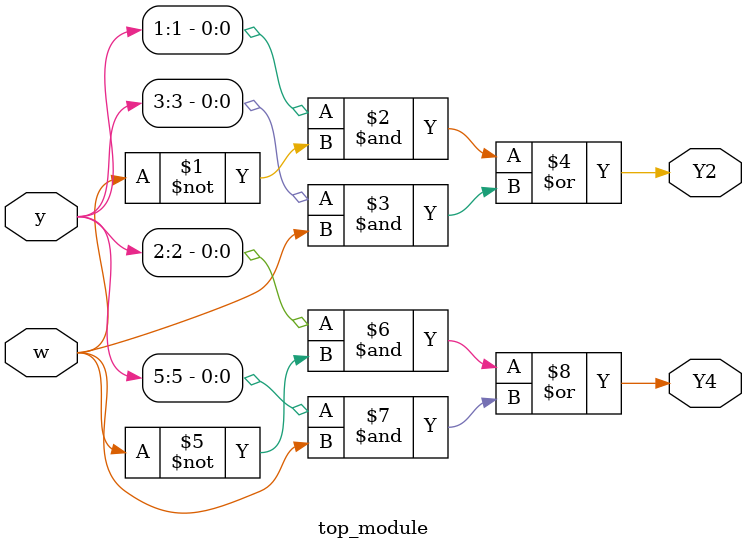
<source format=sv>
module top_module (
    input [6:1] y,
    input w,
    output Y2,
    output Y4
);

// Next-state logic for y[2] (state B and state C)
assign Y2 = (y[1] & ~w) | (y[3] & w);

// Next-state logic for y[4] (state D and state E)
assign Y4 = (y[2] & ~w) | (y[5] & w);

endmodule

</source>
